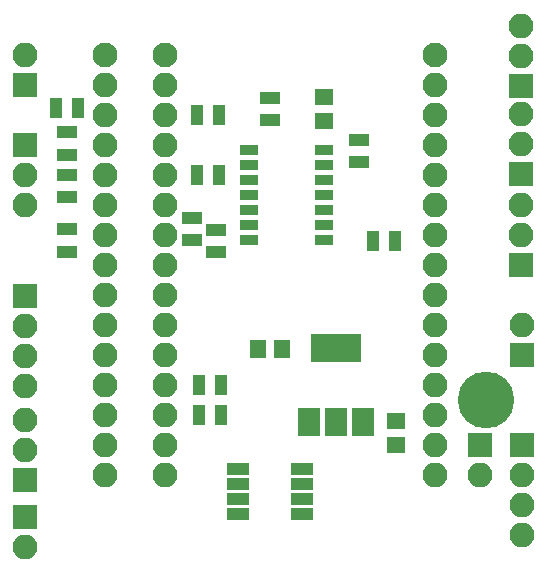
<source format=gts>
G04 #@! TF.FileFunction,Soldermask,Top*
%FSLAX46Y46*%
G04 Gerber Fmt 4.6, Leading zero omitted, Abs format (unit mm)*
G04 Created by KiCad (PCBNEW 4.0.7) date Sun Nov  5 18:25:08 2017*
%MOMM*%
%LPD*%
G01*
G04 APERTURE LIST*
%ADD10C,0.100000*%
%ADD11O,2.100000X2.100000*%
%ADD12C,2.100000*%
%ADD13R,1.950000X1.000000*%
%ADD14C,4.800000*%
%ADD15R,2.100000X2.100000*%
%ADD16R,1.700000X1.100000*%
%ADD17R,1.400000X1.650000*%
%ADD18R,1.650000X1.400000*%
%ADD19R,1.100000X1.700000*%
%ADD20R,1.543000X0.908000*%
%ADD21R,4.200000X2.400000*%
%ADD22R,1.900000X2.400000*%
G04 APERTURE END LIST*
D10*
D11*
X10750000Y-9342000D03*
X10750000Y-24582000D03*
X10750000Y-29662000D03*
X10750000Y-19502000D03*
X10750000Y-11882000D03*
X10750000Y-42362000D03*
X10750000Y-27122000D03*
X10750000Y-37282000D03*
X10750000Y-32202000D03*
X10750000Y-34742000D03*
D12*
X10750000Y-6802000D03*
D11*
X10750000Y-16962000D03*
X10750000Y-22042000D03*
X10750000Y-14422000D03*
X10750000Y-39822000D03*
D12*
X38690000Y-6802000D03*
D11*
X38690000Y-9342000D03*
X38690000Y-11882000D03*
X38690000Y-14422000D03*
X38690000Y-16962000D03*
X38690000Y-19502000D03*
X38690000Y-22042000D03*
X38690000Y-24582000D03*
X38690000Y-27122000D03*
X38690000Y-29662000D03*
X38690000Y-32202000D03*
X38690000Y-34742000D03*
X38690000Y-37282000D03*
X38690000Y-39822000D03*
X38690000Y-42362000D03*
X15830000Y-39822000D03*
X15830000Y-14422000D03*
X15830000Y-22042000D03*
X15830000Y-16962000D03*
D12*
X15830000Y-6802000D03*
D11*
X15830000Y-34742000D03*
X15830000Y-32202000D03*
X15830000Y-37282000D03*
X15830000Y-27122000D03*
X15830000Y-42362000D03*
X15830000Y-11882000D03*
X15830000Y-19502000D03*
X15830000Y-29662000D03*
X15830000Y-24582000D03*
X15830000Y-9342000D03*
D13*
X27400000Y-45705000D03*
X27400000Y-44435000D03*
X27400000Y-43165000D03*
X27400000Y-41895000D03*
X22000000Y-41895000D03*
X22000000Y-43165000D03*
X22000000Y-44435000D03*
X22000000Y-45705000D03*
D14*
X43000000Y-36000000D03*
D15*
X4000000Y-42800000D03*
D11*
X4000000Y-40260000D03*
X4000000Y-37720000D03*
D15*
X46040000Y-39820000D03*
D11*
X46040000Y-42360000D03*
X46040000Y-44900000D03*
X46040000Y-47440000D03*
D16*
X7500000Y-15250000D03*
X7500000Y-13350000D03*
D17*
X25704000Y-31692000D03*
X23704000Y-31692000D03*
D18*
X29276000Y-12372000D03*
X29276000Y-10372000D03*
X35372000Y-39804000D03*
X35372000Y-37804000D03*
D11*
X45989200Y-4310800D03*
X45989200Y-6850800D03*
D15*
X45989200Y-9390800D03*
X45989200Y-24580000D03*
D11*
X45989200Y-22040000D03*
X45989200Y-19500000D03*
X4000000Y-19540000D03*
X4000000Y-17000000D03*
D15*
X4000000Y-14460000D03*
X45989200Y-16909200D03*
D11*
X45989200Y-14369200D03*
X45989200Y-11829200D03*
X42484000Y-42360000D03*
D15*
X42484000Y-39820000D03*
X46040000Y-32200000D03*
D11*
X46040000Y-29660000D03*
X4000000Y-6800000D03*
D15*
X4000000Y-9340000D03*
X4000000Y-45916000D03*
D11*
X4000000Y-48456000D03*
D15*
X4000000Y-27193000D03*
D11*
X4000000Y-29733000D03*
X4000000Y-32273000D03*
X4000000Y-34813000D03*
D16*
X20132000Y-21598000D03*
X20132000Y-23498000D03*
X7500000Y-18850000D03*
X7500000Y-16950000D03*
D19*
X8450000Y-11300000D03*
X6550000Y-11300000D03*
D16*
X24704000Y-10422000D03*
X24704000Y-12322000D03*
X32200000Y-13978000D03*
X32200000Y-15878000D03*
X7500000Y-23450000D03*
X7500000Y-21550000D03*
D19*
X33406000Y-22548000D03*
X35306000Y-22548000D03*
X18674000Y-37280000D03*
X20574000Y-37280000D03*
X18501000Y-11873000D03*
X20401000Y-11873000D03*
X20401000Y-16960000D03*
X18501000Y-16960000D03*
D16*
X18100000Y-22482000D03*
X18100000Y-20582000D03*
D19*
X20574000Y-34740000D03*
X18674000Y-34740000D03*
D20*
X22949000Y-14863000D03*
X22949000Y-16133000D03*
X22949000Y-17403000D03*
X22949000Y-18673000D03*
X22949000Y-19943000D03*
X22949000Y-21213000D03*
X22949000Y-22483000D03*
X29299000Y-22483000D03*
X29299000Y-21213000D03*
X29299000Y-18673000D03*
X29299000Y-17403000D03*
X29299000Y-16133000D03*
X29299000Y-14863000D03*
X29299000Y-19943000D03*
D21*
X30292000Y-31590000D03*
D22*
X30292000Y-37890000D03*
X32592000Y-37890000D03*
X27992000Y-37890000D03*
M02*

</source>
